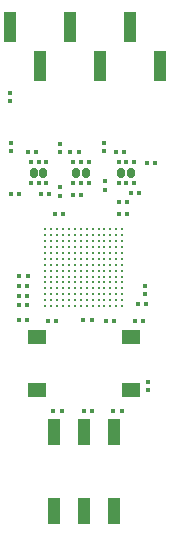
<source format=gbr>
%TF.GenerationSoftware,KiCad,Pcbnew,8.0.1*%
%TF.CreationDate,2024-10-17T14:11:07-05:00*%
%TF.ProjectId,sip-board,7369702d-626f-4617-9264-2e6b69636164,rev?*%
%TF.SameCoordinates,Original*%
%TF.FileFunction,Paste,Top*%
%TF.FilePolarity,Positive*%
%FSLAX46Y46*%
G04 Gerber Fmt 4.6, Leading zero omitted, Abs format (unit mm)*
G04 Created by KiCad (PCBNEW 8.0.1) date 2024-10-17 14:11:07*
%MOMM*%
%LPD*%
G01*
G04 APERTURE LIST*
G04 Aperture macros list*
%AMRoundRect*
0 Rectangle with rounded corners*
0 $1 Rounding radius*
0 $2 $3 $4 $5 $6 $7 $8 $9 X,Y pos of 4 corners*
0 Add a 4 corners polygon primitive as box body*
4,1,4,$2,$3,$4,$5,$6,$7,$8,$9,$2,$3,0*
0 Add four circle primitives for the rounded corners*
1,1,$1+$1,$2,$3*
1,1,$1+$1,$4,$5*
1,1,$1+$1,$6,$7*
1,1,$1+$1,$8,$9*
0 Add four rect primitives between the rounded corners*
20,1,$1+$1,$2,$3,$4,$5,0*
20,1,$1+$1,$4,$5,$6,$7,0*
20,1,$1+$1,$6,$7,$8,$9,0*
20,1,$1+$1,$8,$9,$2,$3,0*%
G04 Aperture macros list end*
%ADD10RoundRect,0.079500X-0.079500X-0.100500X0.079500X-0.100500X0.079500X0.100500X-0.079500X0.100500X0*%
%ADD11RoundRect,0.079500X0.079500X0.100500X-0.079500X0.100500X-0.079500X-0.100500X0.079500X-0.100500X0*%
%ADD12RoundRect,0.160000X0.160000X-0.245000X0.160000X0.245000X-0.160000X0.245000X-0.160000X-0.245000X0*%
%ADD13RoundRect,0.093750X0.106250X-0.093750X0.106250X0.093750X-0.106250X0.093750X-0.106250X-0.093750X0*%
%ADD14RoundRect,0.079500X0.100500X-0.079500X0.100500X0.079500X-0.100500X0.079500X-0.100500X-0.079500X0*%
%ADD15RoundRect,0.079500X-0.100500X0.079500X-0.100500X-0.079500X0.100500X-0.079500X0.100500X0.079500X0*%
%ADD16R,1.120000X2.160000*%
%ADD17R,1.000000X2.510000*%
%ADD18C,0.290000*%
%ADD19R,1.550000X1.300000*%
G04 APERTURE END LIST*
D10*
%TO.C,C6*%
X141785000Y-96340000D03*
X142475000Y-96340000D03*
%TD*%
%TO.C,R1*%
X147925000Y-114750000D03*
X148615000Y-114750000D03*
%TD*%
D11*
%TO.C,INIT*%
X140650000Y-103310000D03*
X139960000Y-103310000D03*
%TD*%
D12*
%TO.C,U2*%
X148600000Y-94560000D03*
X149400000Y-94560000D03*
D13*
X148350000Y-95447500D03*
X149000000Y-95447500D03*
X149650000Y-95447500D03*
X149650000Y-93672500D03*
X149000000Y-93672500D03*
X148350000Y-93672500D03*
%TD*%
D10*
%TO.C,R15*%
X150730000Y-93710000D03*
X151420000Y-93710000D03*
%TD*%
D12*
%TO.C,U1*%
X144770000Y-94550000D03*
X145570000Y-94550000D03*
D13*
X144520000Y-95437500D03*
X145170000Y-95437500D03*
X145820000Y-95437500D03*
X145820000Y-93662500D03*
X145170000Y-93662500D03*
X144520000Y-93662500D03*
%TD*%
D14*
%TO.C,C11*%
X150870000Y-112995000D03*
X150870000Y-112305000D03*
%TD*%
D11*
%TO.C,C3*%
X148795000Y-92790000D03*
X148105000Y-92790000D03*
%TD*%
%TO.C,C37*%
X140640000Y-105010000D03*
X139950000Y-105010000D03*
%TD*%
%TO.C,C2*%
X144975000Y-92800000D03*
X144285000Y-92800000D03*
%TD*%
D10*
%TO.C,R3*%
X142835000Y-114750000D03*
X143525000Y-114750000D03*
%TD*%
D15*
%TO.C,DONE*%
X150630000Y-104150000D03*
X150630000Y-104840000D03*
%TD*%
D10*
%TO.C,C27*%
X148355000Y-98050000D03*
X149045000Y-98050000D03*
%TD*%
D11*
%TO.C,C16*%
X143075000Y-107080000D03*
X142385000Y-107080000D03*
%TD*%
D10*
%TO.C,C4*%
X144525000Y-96470000D03*
X145215000Y-96470000D03*
%TD*%
D15*
%TO.C,R19*%
X143400000Y-95805000D03*
X143400000Y-96495000D03*
%TD*%
D11*
%TO.C,C36*%
X140645000Y-105780000D03*
X139955000Y-105780000D03*
%TD*%
D15*
%TO.C,D3*%
X139220000Y-92020000D03*
X139220000Y-92710000D03*
%TD*%
D10*
%TO.C,R16*%
X139955000Y-104130000D03*
X140645000Y-104130000D03*
%TD*%
%TO.C,R2*%
X145390000Y-114750000D03*
X146080000Y-114750000D03*
%TD*%
D12*
%TO.C,U3*%
X141180000Y-94560000D03*
X141980000Y-94560000D03*
D13*
X140930000Y-95447500D03*
X141580000Y-95447500D03*
X142230000Y-95447500D03*
X142230000Y-93672500D03*
X141580000Y-93672500D03*
X140930000Y-93672500D03*
%TD*%
D10*
%TO.C,C29*%
X148355000Y-97070000D03*
X149045000Y-97070000D03*
%TD*%
D16*
%TO.C,CFG*%
X142870000Y-123240000D03*
X145410000Y-123240000D03*
X147950000Y-123240000D03*
X147950000Y-116510000D03*
X145410000Y-116510000D03*
X142870000Y-116510000D03*
%TD*%
D11*
%TO.C,C1*%
X141375000Y-92810000D03*
X140685000Y-92810000D03*
%TD*%
D10*
%TO.C,C17*%
X149735000Y-107080000D03*
X150425000Y-107080000D03*
%TD*%
D15*
%TO.C,D4*%
X143410000Y-92120000D03*
X143410000Y-92810000D03*
%TD*%
D17*
%TO.C,J1*%
X139160000Y-82220000D03*
X141700000Y-85530000D03*
X144240000Y-82220000D03*
X146780000Y-85530000D03*
X149320000Y-82220000D03*
X151860000Y-85530000D03*
%TD*%
D10*
%TO.C,R17*%
X149960000Y-105670000D03*
X150650000Y-105670000D03*
%TD*%
D11*
%TO.C,C19*%
X140645000Y-107060000D03*
X139955000Y-107060000D03*
%TD*%
D10*
%TO.C,C18*%
X147270000Y-107080000D03*
X147960000Y-107080000D03*
%TD*%
%TO.C,C5*%
X149425000Y-96310000D03*
X150115000Y-96310000D03*
%TD*%
D18*
%TO.C,IC1*%
X142160000Y-99350000D03*
X142660000Y-99350000D03*
X143160000Y-99350000D03*
X143660000Y-99350000D03*
X144160000Y-99350000D03*
X144660000Y-99350000D03*
X145160000Y-99350000D03*
X145660000Y-99350000D03*
X146160000Y-99350000D03*
X146660000Y-99350000D03*
X147160000Y-99350000D03*
X147660000Y-99350000D03*
X148160000Y-99350000D03*
X148660000Y-99350000D03*
X142160000Y-99850000D03*
X142660000Y-99850000D03*
X143160000Y-99850000D03*
X143660000Y-99850000D03*
X144160000Y-99850000D03*
X144660000Y-99850000D03*
X145160000Y-99850000D03*
X145660000Y-99850000D03*
X146160000Y-99850000D03*
X146660000Y-99850000D03*
X147160000Y-99850000D03*
X147660000Y-99850000D03*
X148160000Y-99850000D03*
X148660000Y-99850000D03*
X142160000Y-100350000D03*
X142660000Y-100350000D03*
X143160000Y-100350000D03*
X143660000Y-100350000D03*
X144160000Y-100350000D03*
X144660000Y-100350000D03*
X145160000Y-100350000D03*
X145660000Y-100350000D03*
X146160000Y-100350000D03*
X146660000Y-100350000D03*
X147160000Y-100350000D03*
X147660000Y-100350000D03*
X148160000Y-100350000D03*
X148660000Y-100350000D03*
X142160000Y-100850000D03*
X142660000Y-100850000D03*
X143160000Y-100850000D03*
X143660000Y-100850000D03*
X144160000Y-100850000D03*
X144660000Y-100850000D03*
X145160000Y-100850000D03*
X145660000Y-100850000D03*
X146160000Y-100850000D03*
X146660000Y-100850000D03*
X147160000Y-100850000D03*
X147660000Y-100850000D03*
X148160000Y-100850000D03*
X148660000Y-100850000D03*
X142160000Y-101350000D03*
X142660000Y-101350000D03*
X143160000Y-101350000D03*
X143660000Y-101350000D03*
X144160000Y-101350000D03*
X144660000Y-101350000D03*
X145160000Y-101350000D03*
X145660000Y-101350000D03*
X146160000Y-101350000D03*
X146660000Y-101350000D03*
X147160000Y-101350000D03*
X147660000Y-101350000D03*
X148160000Y-101350000D03*
X148660000Y-101350000D03*
X142160000Y-101850000D03*
X142660000Y-101850000D03*
X143160000Y-101850000D03*
X143660000Y-101850000D03*
X144160000Y-101850000D03*
X144660000Y-101850000D03*
X145160000Y-101850000D03*
X145660000Y-101850000D03*
X146160000Y-101850000D03*
X146660000Y-101850000D03*
X147160000Y-101850000D03*
X147660000Y-101850000D03*
X148160000Y-101850000D03*
X148660000Y-101850000D03*
X142160000Y-102350000D03*
X142660000Y-102350000D03*
X143160000Y-102350000D03*
X143660000Y-102350000D03*
X144160000Y-102350000D03*
X144660000Y-102350000D03*
X145160000Y-102350000D03*
X145660000Y-102350000D03*
X146160000Y-102350000D03*
X146660000Y-102350000D03*
X147160000Y-102350000D03*
X147660000Y-102350000D03*
X148160000Y-102350000D03*
X148660000Y-102350000D03*
X142160000Y-102850000D03*
X142660000Y-102850000D03*
X143160000Y-102850000D03*
X143660000Y-102850000D03*
X144160000Y-102850000D03*
X144660000Y-102850000D03*
X145160000Y-102850000D03*
X145660000Y-102850000D03*
X146160000Y-102850000D03*
X146660000Y-102850000D03*
X147160000Y-102850000D03*
X147660000Y-102850000D03*
X148160000Y-102850000D03*
X148660000Y-102850000D03*
X142160000Y-103350000D03*
X142660000Y-103350000D03*
X143160000Y-103350000D03*
X143660000Y-103350000D03*
X144160000Y-103350000D03*
X144660000Y-103350000D03*
X145160000Y-103350000D03*
X145660000Y-103350000D03*
X146160000Y-103350000D03*
X146660000Y-103350000D03*
X147160000Y-103350000D03*
X147660000Y-103350000D03*
X148160000Y-103350000D03*
X148660000Y-103350000D03*
X142160000Y-103850000D03*
X142660000Y-103850000D03*
X143160000Y-103850000D03*
X143660000Y-103850000D03*
X144160000Y-103850000D03*
X144660000Y-103850000D03*
X145160000Y-103850000D03*
X145660000Y-103850000D03*
X146160000Y-103850000D03*
X146660000Y-103850000D03*
X147160000Y-103850000D03*
X147660000Y-103850000D03*
X148160000Y-103850000D03*
X148660000Y-103850000D03*
X142160000Y-104350000D03*
X142660000Y-104350000D03*
X143160000Y-104350000D03*
X143660000Y-104350000D03*
X144160000Y-104350000D03*
X144660000Y-104350000D03*
X145160000Y-104350000D03*
X145660000Y-104350000D03*
X146160000Y-104350000D03*
X146660000Y-104350000D03*
X147160000Y-104350000D03*
X147660000Y-104350000D03*
X148160000Y-104350000D03*
X148660000Y-104350000D03*
X142160000Y-104850000D03*
X142660000Y-104850000D03*
X143160000Y-104850000D03*
X143660000Y-104850000D03*
X144160000Y-104850000D03*
X144660000Y-104850000D03*
X145160000Y-104850000D03*
X145660000Y-104850000D03*
X146160000Y-104850000D03*
X146660000Y-104850000D03*
X147160000Y-104850000D03*
X147660000Y-104850000D03*
X148160000Y-104850000D03*
X148660000Y-104850000D03*
X142160000Y-105350000D03*
X142660000Y-105350000D03*
X143160000Y-105350000D03*
X143660000Y-105350000D03*
X144160000Y-105350000D03*
X144660000Y-105350000D03*
X145160000Y-105350000D03*
X145660000Y-105350000D03*
X146160000Y-105350000D03*
X146660000Y-105350000D03*
X147160000Y-105350000D03*
X147660000Y-105350000D03*
X148160000Y-105350000D03*
X148660000Y-105350000D03*
X142160000Y-105850000D03*
X142660000Y-105850000D03*
X143160000Y-105850000D03*
X143660000Y-105850000D03*
X144160000Y-105850000D03*
X144660000Y-105850000D03*
X145160000Y-105850000D03*
X145660000Y-105850000D03*
X146160000Y-105850000D03*
X146660000Y-105850000D03*
X147160000Y-105850000D03*
X147660000Y-105850000D03*
X148160000Y-105850000D03*
X148660000Y-105850000D03*
%TD*%
D14*
%TO.C,D1*%
X139200000Y-88490000D03*
X139200000Y-87800000D03*
%TD*%
D11*
%TO.C,R14*%
X146065000Y-107070000D03*
X145375000Y-107070000D03*
%TD*%
D15*
%TO.C,D5*%
X147150000Y-92060000D03*
X147150000Y-92750000D03*
%TD*%
%TO.C,R20*%
X147170000Y-95300000D03*
X147170000Y-95990000D03*
%TD*%
D19*
%TO.C,RST*%
X141435000Y-108460000D03*
X149385000Y-108460000D03*
X141435000Y-112960000D03*
X149385000Y-112960000D03*
%TD*%
D10*
%TO.C,R18*%
X139210000Y-96350000D03*
X139900000Y-96350000D03*
%TD*%
D11*
%TO.C,C26*%
X143655000Y-98020000D03*
X142965000Y-98020000D03*
%TD*%
M02*

</source>
